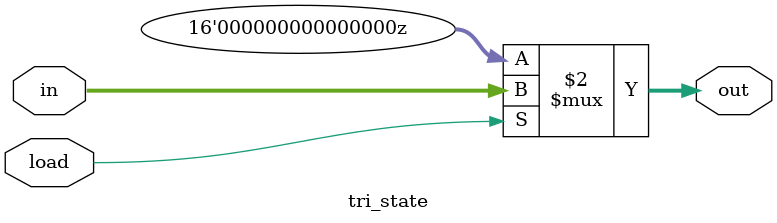
<source format=v>
module tri_state(load, in, out);
	parameter n = 16;
	input load;
	input [n-1:0] in;
	output [n-1:0] out;
	wire [n-1:0] out;
	// If load is 1, continue driving the signal, else disconnect the wire.
	assign out = load ? in : 1'bz;
	
endmodule
</source>
